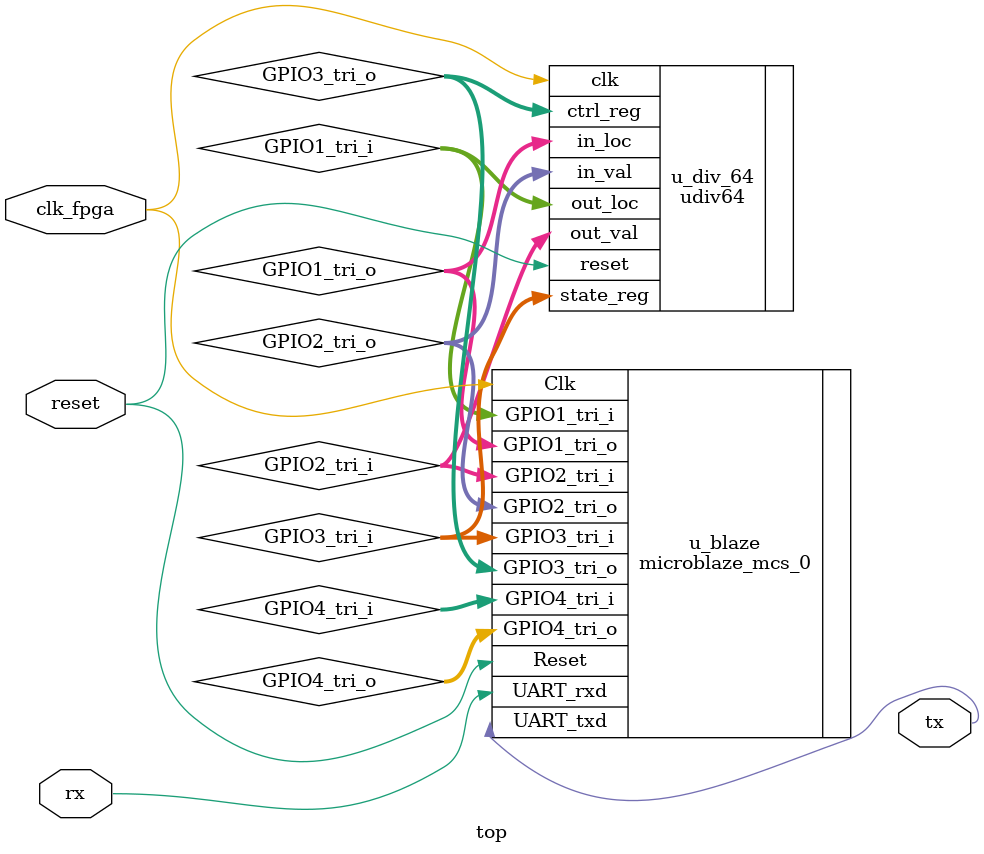
<source format=v>
`timescale 1ns / 1ps

module top(
        input  clk_fpga,        //FPGA system clk 100MHz
        input  reset,           //reset
        input  rx,              //USB-RS232 Interface: Rx 
        output tx               //USB-RS232 Interface: Tx
    );
    
    wire [31:0] GPIO1_tri_i;    
    wire [31:0] GPIO2_tri_i; 
    wire [31:0] GPIO3_tri_i;
    wire [31:0] GPIO4_tri_i;   
    wire [31:0] GPIO1_tri_o;    
    wire [31:0] GPIO2_tri_o;    
    wire [31:0] GPIO3_tri_o;
    wire [31:0] GPIO4_tri_o;    
    
    //unsigned 64-bit divider
    udiv64 u_div_64(
        .clk(clk_fpga),             //clock
        .reset(reset),              //reset 
        
        .in_loc(GPIO1_tri_o),       //the index location for a 32-bit chunk of the input data
        .in_val(GPIO2_tri_o),       //a 32-bit chunk input value   
        .ctrl_reg(GPIO3_tri_o),     //control register: start/stop/restart computation
        
        .out_loc(GPIO1_tri_i),      //a location for a 32-bit chunk of the 64-bit output values 
        .out_val(GPIO2_tri_i),      //the 32-bit chunk output value
        .state_reg(GPIO3_tri_i)     //state
    );
    
    //Microblaze MCS
    microblaze_mcs_0 u_blaze (
        .Clk(clk_fpga),             //input wire Clk
        .Reset(reset),              //input wire Reset
        .UART_rxd(rx),              //input wire UART_rxd
        .UART_txd(tx),              //output wire UART_txd
        .GPIO1_tri_i(GPIO1_tri_i),  //input wire [31 : 0] GPIO1_tri_i
        .GPIO2_tri_i(GPIO2_tri_i),  //input wire [31 : 0] GPIO2_tri_i
        .GPIO3_tri_i(GPIO3_tri_i),  //input wire [31 : 0] GPIO3_tri_i
        .GPIO4_tri_i(GPIO4_tri_i),  //input wire [31 : 0] GPIO4_tri_i
        .GPIO1_tri_o(GPIO1_tri_o),  //output wire [31 : 0] GPIO1_tri_o
        .GPIO2_tri_o(GPIO2_tri_o),  //output wire [31 : 0] GPIO2_tri_o
        .GPIO3_tri_o(GPIO3_tri_o),  //output wire [31 : 0] GPIO3_tri_o
        .GPIO4_tri_o(GPIO4_tri_o)   //output wire [31 : 0] GPIO4_tri_o
    );
    
endmodule

</source>
